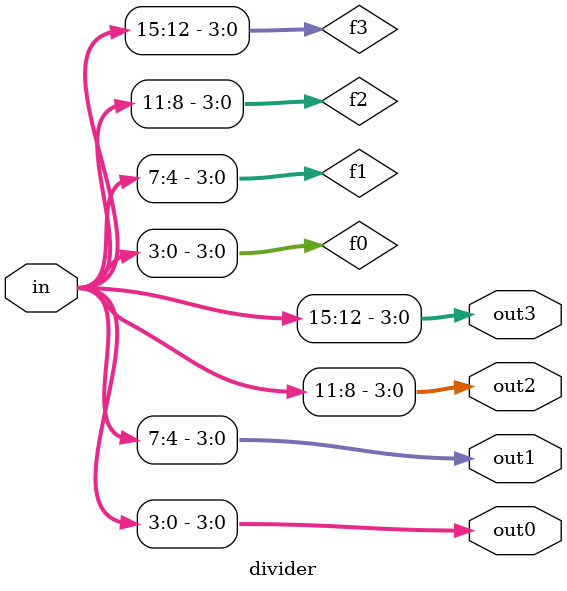
<source format=v>


module divider(
	input 		[31:0] in,
	output 		[3:0] out0, out1, out2, out3
);
wire [3:0] f0 = in[3:0];
wire [3:0] f1 = in[7:4];
wire [3:0] f2 = in[11:8];
wire [3:0] f3 = in[15:12];


assign out0 = f0;
assign out1 = f1;
assign out2 = f2;
assign out3 = f3;

endmodule 
</source>
